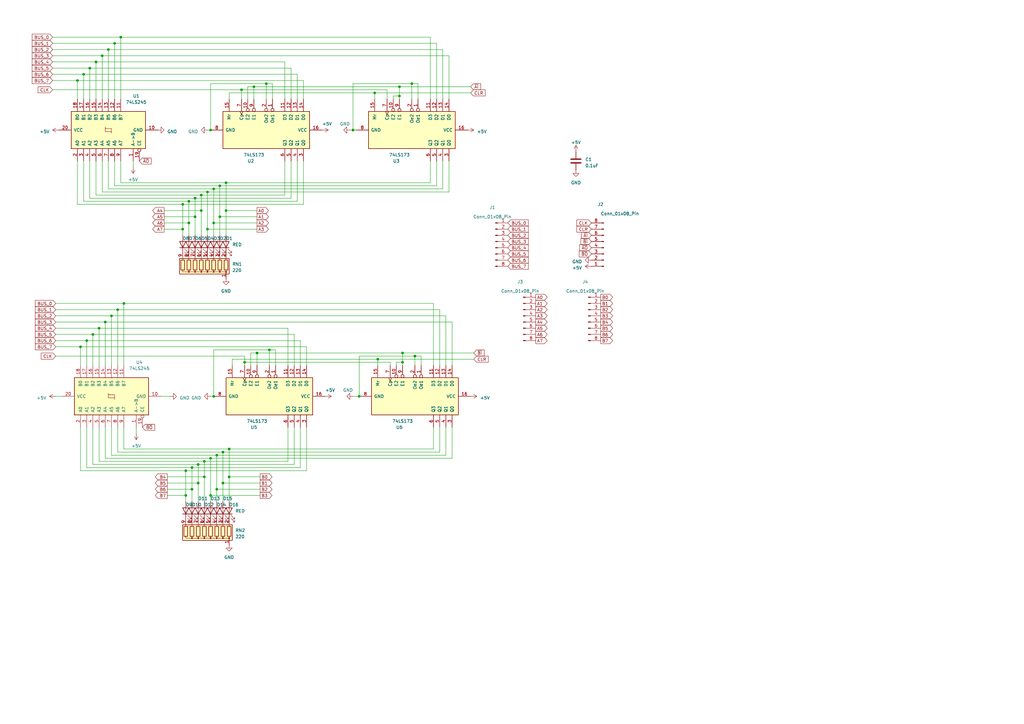
<source format=kicad_sch>
(kicad_sch (version 20230121) (generator eeschema)
  (paper "A3")
  (title_block (title "8bc Registers") (date "2023-02-28") (rev "1.0"))
  (lib_symbols
    (symbol "74xx:74LS173" (pin_names (offset 1.016))
      (property "Reference" "U" (at -7.62 19.05 0))
      (property "Value" "74LS173" (at -7.62 -19.05 0))
      (symbol "74LS173_1_0"
        (pin input inverted (at -12.7 2.54 0) (length 5.08) (name "Oe1") (number "1"))
        (pin input inverted (at -12.7 -7.62 0) (length 5.08) (name "E2") (number "10"))
        (pin input line (at -12.7 7.62 0) (length 5.08) (name "D3") (number "11"))
        (pin input line (at -12.7 10.16 0) (length 5.08) (name "D2") (number "12"))
        (pin input line (at -12.7 12.7 0) (length 5.08) (name "D1") (number "13"))
        (pin input line (at -12.7 15.24 0) (length 5.08) (name "D0") (number "14"))
        (pin input line (at -12.7 -15.24 0) (length 5.08) (name "Mr") (number "15"))
        (pin power_in line (at 0 22.86 270) (length 5.08) (name "VCC") (number "16"))
        (pin input inverted (at -12.7 0 0) (length 5.08) (name "Oe2") (number "2"))
        (pin tri_state line (at 12.7 15.24 180) (length 5.08) (name "Q0") (number "3"))
        (pin tri_state line (at 12.7 12.7 180) (length 5.08) (name "Q1") (number "4"))
        (pin tri_state line (at 12.7 10.16 180) (length 5.08) (name "Q2") (number "5"))
        (pin tri_state line (at 12.7 7.62 180) (length 5.08) (name "Q3") (number "6"))
        (pin input clock (at -12.7 -10.16 0) (length 5.08) (name "Cp") (number "7"))
        (pin power_in line (at 0 -22.86 90) (length 5.08) (name "GND") (number "8"))
        (pin input inverted (at -12.7 -5.08 0) (length 5.08) (name "E1") (number "9"))
      )
      (symbol "74LS173_1_1"
        (rectangle (start -7.62 17.78) (end 7.62 -17.78) (stroke (width 0.254)) (fill (type background)))
      )
    )
    (symbol "74xx:74LS245" (pin_names (offset 1.016))
      (property "Reference" "U" (at -7.62 16.51 0))
      (property "Value" "74LS245" (at -7.62 -16.51 0))
      (symbol "74LS245_1_0"
        (polyline (pts (xy -0.635 -1.27) (xy -0.635 1.27) (xy 0.635 1.27)))
        (polyline (pts (xy -1.27 -1.27) (xy 0.635 -1.27) (xy 0.635 1.27) (xy 1.27 1.27)))
        (pin input line (at -12.7 -10.16 0) (length 5.08) (name "A->B") (number "1"))
        (pin power_in line (at 0 -20.32 90) (length 5.08) (name "GND") (number "10"))
        (pin tri_state line (at 12.7 -5.08 180) (length 5.08) (name "B7") (number "11"))
        (pin tri_state line (at 12.7 -2.54 180) (length 5.08) (name "B6") (number "12"))
        (pin tri_state line (at 12.7 0 180) (length 5.08) (name "B5") (number "13"))
        (pin tri_state line (at 12.7 2.54 180) (length 5.08) (name "B4") (number "14"))
        (pin tri_state line (at 12.7 5.08 180) (length 5.08) (name "B3") (number "15"))
        (pin tri_state line (at 12.7 7.62 180) (length 5.08) (name "B2") (number "16"))
        (pin tri_state line (at 12.7 10.16 180) (length 5.08) (name "B1") (number "17"))
        (pin tri_state line (at 12.7 12.7 180) (length 5.08) (name "B0") (number "18"))
        (pin input inverted (at -12.7 -12.7 0) (length 5.08) (name "CE") (number "19"))
        (pin tri_state line (at -12.7 12.7 0) (length 5.08) (name "A0") (number "2"))
        (pin power_in line (at 0 20.32 270) (length 5.08) (name "VCC") (number "20"))
        (pin tri_state line (at -12.7 10.16 0) (length 5.08) (name "A1") (number "3"))
        (pin tri_state line (at -12.7 7.62 0) (length 5.08) (name "A2") (number "4"))
        (pin tri_state line (at -12.7 5.08 0) (length 5.08) (name "A3") (number "5"))
        (pin tri_state line (at -12.7 2.54 0) (length 5.08) (name "A4") (number "6"))
        (pin tri_state line (at -12.7 0 0) (length 5.08) (name "A5") (number "7"))
        (pin tri_state line (at -12.7 -2.54 0) (length 5.08) (name "A6") (number "8"))
        (pin tri_state line (at -12.7 -5.08 0) (length 5.08) (name "A7") (number "9"))
      )
      (symbol "74LS245_1_1"
        (rectangle (start -7.62 15.24) (end 7.62 -15.24) (stroke (width 0.254)) (fill (type background)))
      )
    )
    (symbol "Conn_01x08_Pin_1" (pin_names (offset 1.016) hide)
      (property "Reference" "J2" (at 3.81 15.24 0))
      (property "Value" "Conn_01x08_Pin" (at 2.54 12.7 0))
      (symbol "Conn_01x08_Pin_1_1_1"
        (polyline (pts (xy 1.27 -10.16) (xy 0.8636 -10.16)) (stroke (width 0.1524)))
        (polyline (pts (xy 1.27 -7.62) (xy 0.8636 -7.62)) (stroke (width 0.1524)))
        (polyline (pts (xy 1.27 -5.08) (xy 0.8636 -5.08)) (stroke (width 0.1524)))
        (polyline (pts (xy 1.27 -2.54) (xy 0.8636 -2.54)) (stroke (width 0.1524)))
        (polyline (pts (xy 1.27 0) (xy 0.8636 0)) (stroke (width 0.1524)))
        (polyline (pts (xy 1.27 2.54) (xy 0.8636 2.54)) (stroke (width 0.1524)))
        (polyline (pts (xy 1.27 5.08) (xy 0.8636 5.08)) (stroke (width 0.1524)))
        (polyline (pts (xy 1.27 7.62) (xy 0.8636 7.62)) (stroke (width 0.1524)))
        (rectangle (start 0.8636 -10.033) (end 0 -10.287) (stroke (width 0.1524)) (fill (type outline)))
        (rectangle (start 0.8636 -7.493) (end 0 -7.747) (stroke (width 0.1524)) (fill (type outline)))
        (rectangle (start 0.8636 -4.953) (end 0 -5.207) (stroke (width 0.1524)) (fill (type outline)))
        (rectangle (start 0.8636 -2.413) (end 0 -2.667) (stroke (width 0.1524)) (fill (type outline)))
        (rectangle (start 0.8636 0.127) (end 0 -0.127) (stroke (width 0.1524)) (fill (type outline)))
        (rectangle (start 0.8636 2.667) (end 0 2.413) (stroke (width 0.1524)) (fill (type outline)))
        (rectangle (start 0.8636 5.207) (end 0 4.953) (stroke (width 0.1524)) (fill (type outline)))
        (rectangle (start 0.8636 7.747) (end 0 7.493) (stroke (width 0.1524)) (fill (type outline)))
        (pin power_out line (at 5.08 7.62 180) (length 3.81) (name "Pin_1") (number "1"))
        (pin power_out line (at 5.08 5.08 180) (length 3.81) (name "Pin_2") (number "2"))
        (pin passive line (at 5.08 2.54 180) (length 3.81) (name "Pin_3") (number "3"))
        (pin passive line (at 5.08 0 180) (length 3.81) (name "Pin_4") (number "4"))
        (pin passive line (at 5.08 -2.54 180) (length 3.81) (name "Pin_5") (number "5"))
        (pin passive line (at 5.08 -5.08 180) (length 3.81) (name "Pin_6") (number "6"))
        (pin passive line (at 5.08 -7.62 180) (length 3.81) (name "Pin_7") (number "7"))
        (pin passive line (at 5.08 -10.16 180) (length 3.81) (name "Pin_8") (number "8"))
      )
    )
    (symbol "Connector:Conn_01x08_Pin" (pin_names (offset 1.016) hide)
      (property "Reference" "J" (at 0 10.16 0))
      (property "Value" "Conn_01x08_Pin" (at 0 -12.7 0))
      (symbol "Conn_01x08_Pin_1_1"
        (polyline (pts (xy 1.27 -10.16) (xy 0.8636 -10.16)) (stroke (width 0.1524)))
        (polyline (pts (xy 1.27 -7.62) (xy 0.8636 -7.62)) (stroke (width 0.1524)))
        (polyline (pts (xy 1.27 -5.08) (xy 0.8636 -5.08)) (stroke (width 0.1524)))
        (polyline (pts (xy 1.27 -2.54) (xy 0.8636 -2.54)) (stroke (width 0.1524)))
        (polyline (pts (xy 1.27 0) (xy 0.8636 0)) (stroke (width 0.1524)))
        (polyline (pts (xy 1.27 2.54) (xy 0.8636 2.54)) (stroke (width 0.1524)))
        (polyline (pts (xy 1.27 5.08) (xy 0.8636 5.08)) (stroke (width 0.1524)))
        (polyline (pts (xy 1.27 7.62) (xy 0.8636 7.62)) (stroke (width 0.1524)))
        (rectangle (start 0.8636 -10.033) (end 0 -10.287) (stroke (width 0.1524)) (fill (type outline)))
        (rectangle (start 0.8636 -7.493) (end 0 -7.747) (stroke (width 0.1524)) (fill (type outline)))
        (rectangle (start 0.8636 -4.953) (end 0 -5.207) (stroke (width 0.1524)) (fill (type outline)))
        (rectangle (start 0.8636 -2.413) (end 0 -2.667) (stroke (width 0.1524)) (fill (type outline)))
        (rectangle (start 0.8636 0.127) (end 0 -0.127) (stroke (width 0.1524)) (fill (type outline)))
        (rectangle (start 0.8636 2.667) (end 0 2.413) (stroke (width 0.1524)) (fill (type outline)))
        (rectangle (start 0.8636 5.207) (end 0 4.953) (stroke (width 0.1524)) (fill (type outline)))
        (rectangle (start 0.8636 7.747) (end 0 7.493) (stroke (width 0.1524)) (fill (type outline)))
        (pin passive line (at 5.08 7.62 180) (length 3.81) (name "Pin_1") (number "1"))
        (pin passive line (at 5.08 5.08 180) (length 3.81) (name "Pin_2") (number "2"))
        (pin passive line (at 5.08 2.54 180) (length 3.81) (name "Pin_3") (number "3"))
        (pin passive line (at 5.08 0 180) (length 3.81) (name "Pin_4") (number "4"))
        (pin passive line (at 5.08 -2.54 180) (length 3.81) (name "Pin_5") (number "5"))
        (pin passive line (at 5.08 -5.08 180) (length 3.81) (name "Pin_6") (number "6"))
        (pin passive line (at 5.08 -7.62 180) (length 3.81) (name "Pin_7") (number "7"))
        (pin passive line (at 5.08 -10.16 180) (length 3.81) (name "Pin_8") (number "8"))
      )
    )
    (symbol "Device:C" (pin_numbers hide) (pin_names (offset 0.254))
      (property "Reference" "C" (at 0.635 2.54 0))
      (property "Value" "C" (at 0.635 -2.54 0))
      (symbol "C_0_1"
        (polyline (pts (xy -2.032 -0.762) (xy 2.032 -0.762)) (stroke (width 0.508)))
        (polyline (pts (xy -2.032 0.762) (xy 2.032 0.762)) (stroke (width 0.508)))
      )
      (symbol "C_1_1"
        (pin passive line (at 0 3.81 270) (length 2.794) (name "~") (number "1"))
        (pin passive line (at 0 -3.81 90) (length 2.794) (name "~") (number "2"))
      )
    )
    (symbol "Device:LED" (pin_numbers hide) (pin_names (offset 1.016) hide)
      (property "Reference" "D" (at 0 2.54 0))
      (property "Value" "LED" (at 0 -2.54 0))
      (symbol "LED_0_1"
        (polyline (pts (xy -1.27 -1.27) (xy -1.27 1.27)) (stroke (width 0.254)))
        (polyline (pts (xy -1.27 0) (xy 1.27 0)))
        (polyline (pts (xy 1.27 -1.27) (xy 1.27 1.27) (xy -1.27 0) (xy 1.27 -1.27)) (stroke (width 0.254)))
        (polyline (pts (xy -3.048 -0.762) (xy -4.572 -2.286) (xy -3.81 -2.286) (xy -4.572 -2.286) (xy -4.572 -1.524)))
        (polyline (pts (xy -1.778 -0.762) (xy -3.302 -2.286) (xy -2.54 -2.286) (xy -3.302 -2.286) (xy -3.302 -1.524)))
      )
      (symbol "LED_1_1"
        (pin passive line (at -3.81 0 0) (length 2.54) (name "K") (number "1"))
        (pin passive line (at 3.81 0 180) (length 2.54) (name "A") (number "2"))
      )
    )
    (symbol "Device:R_Network08" (pin_names (offset 0) hide)
      (property "Reference" "RN" (at -12.7 0 90))
      (property "Value" "R_Network08" (at 10.16 0 90))
      (symbol "R_Network08_0_1"
        (rectangle (start -11.43 -3.175) (end 8.89 3.175) (stroke (width 0.254)) (fill (type background)))
        (rectangle (start -10.922 1.524) (end -9.398 -2.54) (stroke (width 0.254)))
        (circle (center -10.16 2.286) (radius 0.254) (fill (type outline)))
        (rectangle (start -8.382 1.524) (end -6.858 -2.54) (stroke (width 0.254)))
        (circle (center -7.62 2.286) (radius 0.254) (fill (type outline)))
        (rectangle (start -5.842 1.524) (end -4.318 -2.54) (stroke (width 0.254)))
        (circle (center -5.08 2.286) (radius 0.254) (fill (type outline)))
        (rectangle (start -3.302 1.524) (end -1.778 -2.54) (stroke (width 0.254)))
        (circle (center -2.54 2.286) (radius 0.254) (fill (type outline)))
        (rectangle (start -0.762 1.524) (end 0.762 -2.54) (stroke (width 0.254)))
        (polyline (pts (xy -10.16 -2.54) (xy -10.16 -3.81)))
        (polyline (pts (xy -7.62 -2.54) (xy -7.62 -3.81)))
        (polyline (pts (xy -5.08 -2.54) (xy -5.08 -3.81)))
        (polyline (pts (xy -2.54 -2.54) (xy -2.54 -3.81)))
        (polyline (pts (xy 0 -2.54) (xy 0 -3.81)))
        (polyline (pts (xy 2.54 -2.54) (xy 2.54 -3.81)))
        (polyline (pts (xy 5.08 -2.54) (xy 5.08 -3.81)))
        (polyline (pts (xy 7.62 -2.54) (xy 7.62 -3.81)))
        (polyline (pts (xy -10.16 1.524) (xy -10.16 2.286) (xy -7.62 2.286) (xy -7.62 1.524)))
        (polyline (pts (xy -7.62 1.524) (xy -7.62 2.286) (xy -5.08 2.286) (xy -5.08 1.524)))
        (polyline (pts (xy -5.08 1.524) (xy -5.08 2.286) (xy -2.54 2.286) (xy -2.54 1.524)))
        (polyline (pts (xy -2.54 1.524) (xy -2.54 2.286) (xy 0 2.286) (xy 0 1.524)))
        (polyline (pts (xy 0 1.524) (xy 0 2.286) (xy 2.54 2.286) (xy 2.54 1.524)))
        (polyline (pts (xy 2.54 1.524) (xy 2.54 2.286) (xy 5.08 2.286) (xy 5.08 1.524)))
        (polyline (pts (xy 5.08 1.524) (xy 5.08 2.286) (xy 7.62 2.286) (xy 7.62 1.524)))
        (circle (center 0 2.286) (radius 0.254) (fill (type outline)))
        (rectangle (start 1.778 1.524) (end 3.302 -2.54) (stroke (width 0.254)))
        (circle (center 2.54 2.286) (radius 0.254) (fill (type outline)))
        (rectangle (start 4.318 1.524) (end 5.842 -2.54) (stroke (width 0.254)))
        (circle (center 5.08 2.286) (radius 0.254) (fill (type outline)))
        (rectangle (start 6.858 1.524) (end 8.382 -2.54) (stroke (width 0.254)))
      )
      (symbol "R_Network08_1_1"
        (pin passive line (at -10.16 5.08 270) (length 2.54) (name "common") (number "1"))
        (pin passive line (at -10.16 -5.08 90) (length 1.27) (name "R1") (number "2"))
        (pin passive line (at -7.62 -5.08 90) (length 1.27) (name "R2") (number "3"))
        (pin passive line (at -5.08 -5.08 90) (length 1.27) (name "R3") (number "4"))
        (pin passive line (at -2.54 -5.08 90) (length 1.27) (name "R4") (number "5"))
        (pin passive line (at 0 -5.08 90) (length 1.27) (name "R5") (number "6"))
        (pin passive line (at 2.54 -5.08 90) (length 1.27) (name "R6") (number "7"))
        (pin passive line (at 5.08 -5.08 90) (length 1.27) (name "R7") (number "8"))
        (pin passive line (at 7.62 -5.08 90) (length 1.27) (name "R8") (number "9"))
      )
    )
    (symbol "power:+5V" (power) (pin_names (offset 0))
      (property "Value" "+5V" (at 0 3.556 0))
      (symbol "+5V_0_1"
        (polyline (pts (xy -0.762 1.27) (xy 0 2.54)))
        (polyline (pts (xy 0 0) (xy 0 2.54)))
        (polyline (pts (xy 0 2.54) (xy 0.762 1.27)))
      )
      (symbol "+5V_1_1"
        (pin power_in line (at 0 0 90) (length 0) hide (name "+5V") (number "1"))
      )
    )
    (symbol "power:GND" (power) (pin_names (offset 0))
      (property "Value" "GND" (at 0 -3.81 0))
      (symbol "GND_0_1"
        (polyline (pts (xy 0 0) (xy 0 -1.27) (xy 1.27 -1.27) (xy 0 -2.54) (xy -1.27 -1.27) (xy 0 -1.27)))
      )
      (symbol "GND_1_1"
        (pin power_in line (at 0 0 270) (length 0) hide (name "GND") (number "1"))
      )
    )
  )
  (junction (at 86.36 187.96))
  (junction (at 81.28 198.12))
  (junction (at 93.98 184.15))
  (junction (at 165.1 144.78))
  (junction (at 88.9 200.66))
  (junction (at 91.44 185.42))
  (junction (at 109.22 34.29))
  (junction (at 87.63 77.47))
  (junction (at 76.2 193.04))
  (junction (at 99.06 36.83))
  (junction (at 154.94 147.32))
  (junction (at 44.45 20.32))
  (junction (at 86.36 53.34))
  (junction (at 87.63 162.56))
  (junction (at 80.01 81.28))
  (junction (at 34.29 30.48))
  (junction (at 43.18 132.08))
  (junction (at 50.8 124.46))
  (junction (at 80.01 88.9))
  (junction (at 48.26 127))
  (junction (at 77.47 91.44))
  (junction (at 88.9 186.69))
  (junction (at 31.75 33.02))
  (junction (at 36.83 27.94))
  (junction (at 82.55 86.36))
  (junction (at 83.82 189.23))
  (junction (at 144.78 53.34))
  (junction (at 147.32 162.56))
  (junction (at 105.41 144.78))
  (junction (at 77.47 82.55))
  (junction (at 91.44 198.12))
  (junction (at 40.64 134.62))
  (junction (at 78.74 200.66))
  (junction (at 38.1 137.16))
  (junction (at 92.71 86.36))
  (junction (at 170.18 146.05))
  (junction (at 39.37 25.4))
  (junction (at 41.91 22.86))
  (junction (at 165.1 148.59))
  (junction (at 90.17 88.9))
  (junction (at 163.83 35.56))
  (junction (at 93.98 195.58))
  (junction (at 163.83 39.37))
  (junction (at 49.53 15.24))
  (junction (at 76.2 203.2))
  (junction (at 35.56 139.7))
  (junction (at 100.33 148.59))
  (junction (at 104.14 35.56))
  (junction (at 92.71 74.93))
  (junction (at 85.09 93.98))
  (junction (at 87.63 91.44))
  (junction (at 153.67 38.1))
  (junction (at 78.74 191.77))
  (junction (at 46.99 17.78))
  (junction (at 81.28 190.5))
  (junction (at 110.49 143.51))
  (junction (at 45.72 129.54))
  (junction (at 90.17 76.2))
  (junction (at 168.91 34.29))
  (junction (at 74.93 83.82))
  (junction (at 86.36 203.2))
  (junction (at 33.02 142.24))
  (junction (at 74.93 93.98))
  (junction (at 82.55 80.01))
  (junction (at 85.09 78.74))
  (junction (at 83.82 195.58))
  (wire (pts (xy 36.83 66.04) (xy 36.83 81.28)))
  (wire (pts (xy 50.8 184.15) (xy 93.98 184.15)))
  (wire (pts (xy 165.1 148.59) (xy 165.1 149.86)))
  (wire (pts (xy 153.67 38.1) (xy 93.98 38.1)))
  (wire (pts (xy 41.91 78.74) (xy 85.09 78.74)))
  (wire (pts (xy 184.15 22.86) (xy 41.91 22.86)))
  (wire (pts (xy 31.75 33.02) (xy 124.46 33.02)))
  (wire (pts (xy 163.83 35.56) (xy 163.83 39.37)))
  (wire (pts (xy 67.31 93.98) (xy 74.93 93.98)))
  (wire (pts (xy 38.1 175.26) (xy 38.1 190.5)))
  (wire (pts (xy 92.71 74.93) (xy 92.71 86.36)))
  (wire (pts (xy 92.71 74.93) (xy 176.53 74.93)))
  (wire (pts (xy 81.28 198.12) (xy 81.28 205.74)))
  (wire (pts (xy 82.55 86.36) (xy 82.55 96.52)))
  (wire (pts (xy 194.31 147.32) (xy 154.94 147.32)))
  (wire (pts (xy 85.09 93.98) (xy 85.09 96.52)))
  (wire (pts (xy 68.58 195.58) (xy 83.82 195.58)))
  (wire (pts (xy 38.1 190.5) (xy 81.28 190.5)))
  (wire (pts (xy 43.18 132.08) (xy 43.18 149.86)))
  (wire (pts (xy 90.17 88.9) (xy 90.17 96.52)))
  (wire (pts (xy 102.87 149.86) (xy 102.87 144.78)))
  (wire (pts (xy 87.63 162.56) (xy 87.63 143.51)))
  (wire (pts (xy 88.9 186.69) (xy 45.72 186.69)))
  (wire (pts (xy 102.87 144.78) (xy 105.41 144.78)))
  (wire (pts (xy 39.37 80.01) (xy 39.37 66.04)))
  (wire (pts (xy 123.19 175.26) (xy 123.19 191.77)))
  (wire (pts (xy 170.18 146.05) (xy 147.32 146.05)))
  (wire (pts (xy 111.76 34.29) (xy 111.76 40.64)))
  (wire (pts (xy 83.82 189.23) (xy 83.82 195.58)))
  (wire (pts (xy 45.72 186.69) (xy 45.72 175.26)))
  (wire (pts (xy 22.86 132.08) (xy 43.18 132.08)))
  (wire (pts (xy 177.8 124.46) (xy 177.8 149.86)))
  (wire (pts (xy 121.92 82.55) (xy 77.47 82.55)))
  (wire (pts (xy 109.22 34.29) (xy 109.22 40.64)))
  (wire (pts (xy 147.32 146.05) (xy 147.32 162.56)))
  (wire (pts (xy 39.37 25.4) (xy 116.84 25.4)))
  (wire (pts (xy 124.46 83.82) (xy 124.46 66.04)))
  (wire (pts (xy 21.59 30.48) (xy 34.29 30.48)))
  (wire (pts (xy 46.99 17.78) (xy 46.99 40.64)))
  (wire (pts (xy 184.15 40.64) (xy 184.15 22.86)))
  (wire (pts (xy 91.44 185.42) (xy 180.34 185.42)))
  (wire (pts (xy 80.01 88.9) (xy 80.01 96.52)))
  (wire (pts (xy 123.19 191.77) (xy 78.74 191.77)))
  (wire (pts (xy 50.8 124.46) (xy 50.8 149.86)))
  (wire (pts (xy 33.02 175.26) (xy 33.02 193.04)))
  (wire (pts (xy 123.19 139.7) (xy 123.19 149.86)))
  (wire (pts (xy 39.37 25.4) (xy 39.37 40.64)))
  (wire (pts (xy 22.86 127) (xy 48.26 127)))
  (wire (pts (xy 33.02 193.04) (xy 76.2 193.04)))
  (wire (pts (xy 154.94 147.32) (xy 154.94 149.86)))
  (wire (pts (xy 82.55 80.01) (xy 82.55 86.36)))
  (wire (pts (xy 43.18 175.26) (xy 43.18 187.96)))
  (wire (pts (xy 78.74 191.77) (xy 78.74 200.66)))
  (wire (pts (xy 33.02 142.24) (xy 33.02 149.86)))
  (wire (pts (xy 81.28 190.5) (xy 120.65 190.5)))
  (wire (pts (xy 170.18 146.05) (xy 170.18 149.86)))
  (wire (pts (xy 181.61 66.04) (xy 181.61 77.47)))
  (wire (pts (xy 87.63 143.51) (xy 110.49 143.51)))
  (wire (pts (xy 87.63 77.47) (xy 87.63 91.44)))
  (wire (pts (xy 179.07 40.64) (xy 179.07 17.78)))
  (wire (pts (xy 179.07 76.2) (xy 179.07 66.04)))
  (wire (pts (xy 48.26 175.26) (xy 48.26 185.42)))
  (wire (pts (xy 38.1 137.16) (xy 38.1 149.86)))
  (wire (pts (xy 76.2 203.2) (xy 76.2 205.74)))
  (wire (pts (xy 92.71 86.36) (xy 92.71 96.52)))
  (wire (pts (xy 45.72 129.54) (xy 182.88 129.54)))
  (wire (pts (xy 43.18 187.96) (xy 86.36 187.96)))
  (wire (pts (xy 31.75 33.02) (xy 31.75 40.64)))
  (wire (pts (xy 21.59 36.83) (xy 99.06 36.83)))
  (wire (pts (xy 165.1 144.78) (xy 194.31 144.78)))
  (wire (pts (xy 48.26 127) (xy 48.26 149.86)))
  (wire (pts (xy 46.99 66.04) (xy 46.99 76.2)))
  (wire (pts (xy 74.93 93.98) (xy 74.93 96.52)))
  (wire (pts (xy 185.42 187.96) (xy 185.42 175.26)))
  (wire (pts (xy 22.86 137.16) (xy 38.1 137.16)))
  (wire (pts (xy 21.59 15.24) (xy 49.53 15.24)))
  (wire (pts (xy 184.15 78.74) (xy 184.15 66.04)))
  (wire (pts (xy 121.92 30.48) (xy 121.92 40.64)))
  (wire (pts (xy 86.36 203.2) (xy 86.36 205.74)))
  (wire (pts (xy 67.31 91.44) (xy 77.47 91.44)))
  (wire (pts (xy 90.17 76.2) (xy 90.17 88.9)))
  (wire (pts (xy 118.11 134.62) (xy 118.11 149.86)))
  (wire (pts (xy 143.51 53.34) (xy 144.78 53.34)))
  (wire (pts (xy 158.75 36.83) (xy 158.75 40.64)))
  (wire (pts (xy 100.33 146.05) (xy 100.33 148.59)))
  (wire (pts (xy 100.33 148.59) (xy 100.33 149.86)))
  (wire (pts (xy 110.49 143.51) (xy 110.49 149.86)))
  (wire (pts (xy 125.73 142.24) (xy 125.73 149.86)))
  (wire (pts (xy 104.14 35.56) (xy 163.83 35.56)))
  (wire (pts (xy 182.88 186.69) (xy 88.9 186.69)))
  (wire (pts (xy 85.09 53.34) (xy 86.36 53.34)))
  (wire (pts (xy 38.1 137.16) (xy 120.65 137.16)))
  (wire (pts (xy 49.53 66.04) (xy 49.53 74.93)))
  (wire (pts (xy 116.84 25.4) (xy 116.84 40.64)))
  (wire (pts (xy 91.44 198.12) (xy 91.44 205.74)))
  (wire (pts (xy 162.56 148.59) (xy 165.1 148.59)))
  (wire (pts (xy 22.86 139.7) (xy 35.56 139.7)))
  (wire (pts (xy 77.47 82.55) (xy 34.29 82.55)))
  (wire (pts (xy 86.36 203.2) (xy 106.68 203.2)))
  (wire (pts (xy 50.8 175.26) (xy 50.8 184.15)))
  (wire (pts (xy 171.45 34.29) (xy 171.45 40.64)))
  (wire (pts (xy 44.45 20.32) (xy 44.45 40.64)))
  (wire (pts (xy 22.86 162.56) (xy 25.4 162.56)))
  (wire (pts (xy 105.41 144.78) (xy 165.1 144.78)))
  (wire (pts (xy 93.98 195.58) (xy 106.68 195.58)))
  (wire (pts (xy 161.29 40.64) (xy 161.29 39.37)))
  (wire (pts (xy 35.56 139.7) (xy 123.19 139.7)))
  (wire (pts (xy 172.72 149.86) (xy 172.72 146.05)))
  (wire (pts (xy 101.6 40.64) (xy 101.6 35.56)))
  (wire (pts (xy 118.11 189.23) (xy 83.82 189.23)))
  (wire (pts (xy 86.36 34.29) (xy 109.22 34.29)))
  (wire (pts (xy 163.83 39.37) (xy 163.83 40.64)))
  (wire (pts (xy 176.53 74.93) (xy 176.53 66.04)))
  (wire (pts (xy 36.83 27.94) (xy 119.38 27.94)))
  (wire (pts (xy 34.29 30.48) (xy 121.92 30.48)))
  (wire (pts (xy 181.61 20.32) (xy 181.61 40.64)))
  (wire (pts (xy 21.59 22.86) (xy 41.91 22.86)))
  (wire (pts (xy 85.09 78.74) (xy 85.09 93.98)))
  (wire (pts (xy 40.64 134.62) (xy 118.11 134.62)))
  (wire (pts (xy 182.88 129.54) (xy 182.88 149.86)))
  (wire (pts (xy 22.86 124.46) (xy 50.8 124.46)))
  (wire (pts (xy 67.31 88.9) (xy 80.01 88.9)))
  (wire (pts (xy 41.91 66.04) (xy 41.91 78.74)))
  (wire (pts (xy 77.47 91.44) (xy 77.47 96.52)))
  (wire (pts (xy 33.02 142.24) (xy 125.73 142.24)))
  (wire (pts (xy 86.36 53.34) (xy 86.36 34.29)))
  (wire (pts (xy 110.49 143.51) (xy 113.03 143.51)))
  (wire (pts (xy 87.63 91.44) (xy 105.41 91.44)))
  (wire (pts (xy 82.55 80.01) (xy 39.37 80.01)))
  (wire (pts (xy 99.06 36.83) (xy 99.06 40.64)))
  (wire (pts (xy 85.09 78.74) (xy 184.15 78.74)))
  (wire (pts (xy 119.38 81.28) (xy 119.38 66.04)))
  (wire (pts (xy 168.91 34.29) (xy 168.91 40.64)))
  (wire (pts (xy 35.56 139.7) (xy 35.56 149.86)))
  (wire (pts (xy 67.31 86.36) (xy 82.55 86.36)))
  (wire (pts (xy 55.88 175.26) (xy 55.88 177.8)))
  (wire (pts (xy 116.84 66.04) (xy 116.84 80.01)))
  (wire (pts (xy 100.33 148.59) (xy 160.02 148.59)))
  (wire (pts (xy 34.29 30.48) (xy 34.29 40.64)))
  (wire (pts (xy 21.59 33.02) (xy 31.75 33.02)))
  (wire (pts (xy 93.98 195.58) (xy 93.98 205.74)))
  (wire (pts (xy 193.04 38.1) (xy 153.67 38.1)))
  (wire (pts (xy 153.67 38.1) (xy 153.67 40.64)))
  (wire (pts (xy 121.92 66.04) (xy 121.92 82.55)))
  (wire (pts (xy 171.45 34.29) (xy 168.91 34.29)))
  (wire (pts (xy 86.36 162.56) (xy 87.63 162.56)))
  (wire (pts (xy 88.9 186.69) (xy 88.9 200.66)))
  (wire (pts (xy 179.07 17.78) (xy 46.99 17.78)))
  (wire (pts (xy 124.46 33.02) (xy 124.46 40.64)))
  (wire (pts (xy 22.86 129.54) (xy 45.72 129.54)))
  (wire (pts (xy 44.45 20.32) (xy 181.61 20.32)))
  (wire (pts (xy 83.82 189.23) (xy 40.64 189.23)))
  (wire (pts (xy 180.34 127) (xy 48.26 127)))
  (wire (pts (xy 165.1 144.78) (xy 165.1 148.59)))
  (wire (pts (xy 68.58 198.12) (xy 81.28 198.12)))
  (wire (pts (xy 21.59 27.94) (xy 36.83 27.94)))
  (wire (pts (xy 180.34 149.86) (xy 180.34 127)))
  (wire (pts (xy 50.8 124.46) (xy 177.8 124.46)))
  (wire (pts (xy 76.2 193.04) (xy 125.73 193.04)))
  (wire (pts (xy 90.17 76.2) (xy 179.07 76.2)))
  (wire (pts (xy 87.63 91.44) (xy 87.63 96.52)))
  (wire (pts (xy 93.98 184.15) (xy 177.8 184.15)))
  (wire (pts (xy 76.2 193.04) (xy 76.2 203.2)))
  (wire (pts (xy 93.98 38.1) (xy 93.98 40.64)))
  (wire (pts (xy 83.82 195.58) (xy 83.82 205.74)))
  (wire (pts (xy 49.53 15.24) (xy 49.53 40.64)))
  (wire (pts (xy 48.26 185.42) (xy 91.44 185.42)))
  (wire (pts (xy 182.88 175.26) (xy 182.88 186.69)))
  (wire (pts (xy 91.44 185.42) (xy 91.44 198.12)))
  (wire (pts (xy 21.59 17.78) (xy 46.99 17.78)))
  (wire (pts (xy 80.01 81.28) (xy 80.01 88.9)))
  (wire (pts (xy 144.78 53.34) (xy 146.05 53.34)))
  (wire (pts (xy 68.58 203.2) (xy 76.2 203.2)))
  (wire (pts (xy 54.61 66.04) (xy 54.61 68.58)))
  (wire (pts (xy 118.11 175.26) (xy 118.11 189.23)))
  (wire (pts (xy 22.86 142.24) (xy 33.02 142.24)))
  (wire (pts (xy 161.29 39.37) (xy 163.83 39.37)))
  (wire (pts (xy 87.63 77.47) (xy 44.45 77.47)))
  (wire (pts (xy 78.74 200.66) (xy 78.74 205.74)))
  (wire (pts (xy 36.83 81.28) (xy 80.01 81.28)))
  (wire (pts (xy 81.28 190.5) (xy 81.28 198.12)))
  (wire (pts (xy 185.42 149.86) (xy 185.42 132.08)))
  (wire (pts (xy 31.75 83.82) (xy 74.93 83.82)))
  (wire (pts (xy 168.91 34.29) (xy 144.78 34.29)))
  (wire (pts (xy 41.91 22.86) (xy 41.91 40.64)))
  (wire (pts (xy 36.83 27.94) (xy 36.83 40.64)))
  (wire (pts (xy 95.25 147.32) (xy 95.25 149.86)))
  (wire (pts (xy 44.45 77.47) (xy 44.45 66.04)))
  (wire (pts (xy 120.65 137.16) (xy 120.65 149.86)))
  (wire (pts (xy 104.14 35.56) (xy 104.14 40.64)))
  (wire (pts (xy 40.64 189.23) (xy 40.64 175.26)))
  (wire (pts (xy 35.56 191.77) (xy 35.56 175.26)))
  (wire (pts (xy 109.22 34.29) (xy 111.76 34.29)))
  (wire (pts (xy 21.59 25.4) (xy 39.37 25.4)))
  (wire (pts (xy 49.53 74.93) (xy 92.71 74.93)))
  (wire (pts (xy 74.93 83.82) (xy 124.46 83.82)))
  (wire (pts (xy 66.04 162.56) (xy 69.85 162.56)))
  (wire (pts (xy 78.74 191.77) (xy 35.56 191.77)))
  (wire (pts (xy 80.01 81.28) (xy 119.38 81.28)))
  (wire (pts (xy 99.06 36.83) (xy 158.75 36.83)))
  (wire (pts (xy 92.71 86.36) (xy 105.41 86.36)))
  (wire (pts (xy 154.94 147.32) (xy 95.25 147.32)))
  (wire (pts (xy 88.9 200.66) (xy 106.68 200.66)))
  (wire (pts (xy 86.36 187.96) (xy 86.36 203.2)))
  (wire (pts (xy 74.93 83.82) (xy 74.93 93.98)))
  (wire (pts (xy 49.53 15.24) (xy 176.53 15.24)))
  (wire (pts (xy 163.83 35.56) (xy 193.04 35.56)))
  (wire (pts (xy 40.64 134.62) (xy 40.64 149.86)))
  (wire (pts (xy 45.72 129.54) (xy 45.72 149.86)))
  (wire (pts (xy 91.44 198.12) (xy 106.68 198.12)))
  (wire (pts (xy 119.38 27.94) (xy 119.38 40.64)))
  (wire (pts (xy 93.98 184.15) (xy 93.98 195.58)))
  (wire (pts (xy 90.17 88.9) (xy 105.41 88.9)))
  (wire (pts (xy 181.61 77.47) (xy 87.63 77.47)))
  (wire (pts (xy 86.36 187.96) (xy 185.42 187.96)))
  (wire (pts (xy 46.99 76.2) (xy 90.17 76.2)))
  (wire (pts (xy 180.34 185.42) (xy 180.34 175.26)))
  (wire (pts (xy 125.73 193.04) (xy 125.73 175.26)))
  (wire (pts (xy 22.86 134.62) (xy 40.64 134.62)))
  (wire (pts (xy 68.58 200.66) (xy 78.74 200.66)))
  (wire (pts (xy 120.65 190.5) (xy 120.65 175.26)))
  (wire (pts (xy 34.29 82.55) (xy 34.29 66.04)))
  (wire (pts (xy 144.78 162.56) (xy 147.32 162.56)))
  (wire (pts (xy 162.56 149.86) (xy 162.56 148.59)))
  (wire (pts (xy 160.02 149.86) (xy 160.02 148.59)))
  (wire (pts (xy 31.75 66.04) (xy 31.75 83.82)))
  (wire (pts (xy 172.72 146.05) (xy 170.18 146.05)))
  (wire (pts (xy 85.09 93.98) (xy 105.41 93.98)))
  (wire (pts (xy 144.78 34.29) (xy 144.78 53.34)))
  (wire (pts (xy 101.6 35.56) (xy 104.14 35.56)))
  (wire (pts (xy 22.86 146.05) (xy 100.33 146.05)))
  (wire (pts (xy 176.53 15.24) (xy 176.53 40.64)))
  (wire (pts (xy 185.42 132.08) (xy 43.18 132.08)))
  (wire (pts (xy 77.47 82.55) (xy 77.47 91.44)))
  (wire (pts (xy 21.59 20.32) (xy 44.45 20.32)))
  (wire (pts (xy 116.84 80.01) (xy 82.55 80.01)))
  (wire (pts (xy 113.03 143.51) (xy 113.03 149.86)))
  (wire (pts (xy 88.9 200.66) (xy 88.9 205.74)))
  (wire (pts (xy 105.41 144.78) (xy 105.41 149.86)))
  (wire (pts (xy 177.8 184.15) (xy 177.8 175.26)))
  (global_label "~{BI}" (shape input) (at 194.31 144.78 0) (property "Intersheetrefs" "${INTERSHEET_REFS}" (effects hide)))
  (global_label "A4" (shape output) (at 67.31 86.36 180) (property "Intersheetrefs" "${INTERSHEET_REFS}" (effects hide)))
  (global_label "B4" (shape output) (at 246.38 132.08 0) (property "Intersheetrefs" "${INTERSHEET_REFS}" (effects hide)))
  (global_label "A3" (shape output) (at 105.41 93.98 0) (property "Intersheetrefs" "${INTERSHEET_REFS}" (effects hide)))
  (global_label "BUS_0" (shape input) (at 21.59 15.24 180) (property "Intersheetrefs" "${INTERSHEET_REFS}" (effects hide)))
  (global_label "B0" (shape output) (at 246.38 121.92 0) (property "Intersheetrefs" "${INTERSHEET_REFS}" (effects hide)))
  (global_label "~{AI}" (shape input) (at 193.04 35.56 0) (property "Intersheetrefs" "${INTERSHEET_REFS}" (effects hide)))
  (global_label "BUS_5" (shape input) (at 208.28 104.14 0) (property "Intersheetrefs" "${INTERSHEET_REFS}" (effects hide)))
  (global_label "~{AO}" (shape input) (at 242.57 101.6 180) (property "Intersheetrefs" "${INTERSHEET_REFS}" (effects hide)))
  (global_label "CLR" (shape input) (at 193.04 38.1 0) (property "Intersheetrefs" "${INTERSHEET_REFS}" (effects hide)))
  (global_label "A2" (shape output) (at 219.71 127 0) (property "Intersheetrefs" "${INTERSHEET_REFS}" (effects hide)))
  (global_label "B2" (shape output) (at 246.38 127 0) (property "Intersheetrefs" "${INTERSHEET_REFS}" (effects hide)))
  (global_label "A5" (shape output) (at 219.71 134.62 0) (property "Intersheetrefs" "${INTERSHEET_REFS}" (effects hide)))
  (global_label "BUS_4" (shape input) (at 22.86 134.62 180) (property "Intersheetrefs" "${INTERSHEET_REFS}" (effects hide)))
  (global_label "A6" (shape output) (at 219.71 137.16 0) (property "Intersheetrefs" "${INTERSHEET_REFS}" (effects hide)))
  (global_label "B6" (shape output) (at 68.58 200.66 180) (property "Intersheetrefs" "${INTERSHEET_REFS}" (effects hide)))
  (global_label "A7" (shape output) (at 67.31 93.98 180) (property "Intersheetrefs" "${INTERSHEET_REFS}" (effects hide)))
  (global_label "B4" (shape output) (at 68.58 195.58 180) (property "Intersheetrefs" "${INTERSHEET_REFS}" (effects hide)))
  (global_label "BUS_5" (shape input) (at 22.86 137.16 180) (property "Intersheetrefs" "${INTERSHEET_REFS}" (effects hide)))
  (global_label "B3" (shape output) (at 106.68 203.2 0) (property "Intersheetrefs" "${INTERSHEET_REFS}" (effects hide)))
  (global_label "CLK" (shape input) (at 22.86 146.05 180) (property "Intersheetrefs" "${INTERSHEET_REFS}" (effects hide)))
  (global_label "BUS_6" (shape input) (at 22.86 139.7 180) (property "Intersheetrefs" "${INTERSHEET_REFS}" (effects hide)))
  (global_label "B5" (shape output) (at 246.38 134.62 0) (property "Intersheetrefs" "${INTERSHEET_REFS}" (effects hide)))
  (global_label "~{BO}" (shape input) (at 58.42 175.26 0) (property "Intersheetrefs" "${INTERSHEET_REFS}" (effects hide)))
  (global_label "B1" (shape output) (at 246.38 124.46 0) (property "Intersheetrefs" "${INTERSHEET_REFS}" (effects hide)))
  (global_label "BUS_7" (shape input) (at 22.86 142.24 180) (property "Intersheetrefs" "${INTERSHEET_REFS}" (effects hide)))
  (global_label "BUS_4" (shape input) (at 21.59 25.4 180) (property "Intersheetrefs" "${INTERSHEET_REFS}" (effects hide)))
  (global_label "A4" (shape output) (at 219.71 132.08 0) (property "Intersheetrefs" "${INTERSHEET_REFS}" (effects hide)))
  (global_label "A6" (shape output) (at 67.31 91.44 180) (property "Intersheetrefs" "${INTERSHEET_REFS}" (effects hide)))
  (global_label "B1" (shape output) (at 106.68 198.12 0) (property "Intersheetrefs" "${INTERSHEET_REFS}" (effects hide)))
  (global_label "A0" (shape output) (at 105.41 86.36 0) (property "Intersheetrefs" "${INTERSHEET_REFS}" (effects hide)))
  (global_label "B7" (shape output) (at 246.38 139.7 0) (property "Intersheetrefs" "${INTERSHEET_REFS}" (effects hide)))
  (global_label "BUS_7" (shape input) (at 21.59 33.02 180) (property "Intersheetrefs" "${INTERSHEET_REFS}" (effects hide)))
  (global_label "A1" (shape output) (at 219.71 124.46 0) (property "Intersheetrefs" "${INTERSHEET_REFS}" (effects hide)))
  (global_label "BUS_2" (shape input) (at 22.86 129.54 180) (property "Intersheetrefs" "${INTERSHEET_REFS}" (effects hide)))
  (global_label "BUS_3" (shape input) (at 208.28 99.06 0) (property "Intersheetrefs" "${INTERSHEET_REFS}" (effects hide)))
  (global_label "BUS_1" (shape input) (at 208.28 93.98 0) (property "Intersheetrefs" "${INTERSHEET_REFS}" (effects hide)))
  (global_label "BUS_1" (shape input) (at 22.86 127 180) (property "Intersheetrefs" "${INTERSHEET_REFS}" (effects hide)))
  (global_label "~{BO}" (shape input) (at 242.57 104.14 180) (property "Intersheetrefs" "${INTERSHEET_REFS}" (effects hide)))
  (global_label "A7" (shape output) (at 219.71 139.7 0) (property "Intersheetrefs" "${INTERSHEET_REFS}" (effects hide)))
  (global_label "CLK" (shape input) (at 242.57 91.44 180) (property "Intersheetrefs" "${INTERSHEET_REFS}" (effects hide)))
  (global_label "B2" (shape output) (at 106.68 200.66 0) (property "Intersheetrefs" "${INTERSHEET_REFS}" (effects hide)))
  (global_label "BUS_3" (shape input) (at 21.59 22.86 180) (property "Intersheetrefs" "${INTERSHEET_REFS}" (effects hide)))
  (global_label "B0" (shape output) (at 106.68 195.58 0) (property "Intersheetrefs" "${INTERSHEET_REFS}" (effects hide)))
  (global_label "BUS_2" (shape input) (at 208.28 96.52 0) (property "Intersheetrefs" "${INTERSHEET_REFS}" (effects hide)))
  (global_label "CLR" (shape input) (at 194.31 147.32 0) (property "Intersheetrefs" "${INTERSHEET_REFS}" (effects hide)))
  (global_label "B7" (shape output) (at 68.58 203.2 180) (property "Intersheetrefs" "${INTERSHEET_REFS}" (effects hide)))
  (global_label "BUS_6" (shape input) (at 21.59 30.48 180) (property "Intersheetrefs" "${INTERSHEET_REFS}" (effects hide)))
  (global_label "A5" (shape output) (at 67.31 88.9 180) (property "Intersheetrefs" "${INTERSHEET_REFS}" (effects hide)))
  (global_label "A0" (shape output) (at 219.71 121.92 0) (property "Intersheetrefs" "${INTERSHEET_REFS}" (effects hide)))
  (global_label "CLK" (shape input) (at 21.59 36.83 180) (property "Intersheetrefs" "${INTERSHEET_REFS}" (effects hide)))
  (global_label "BUS_5" (shape input) (at 21.59 27.94 180) (property "Intersheetrefs" "${INTERSHEET_REFS}" (effects hide)))
  (global_label "CLR" (shape input) (at 242.57 93.98 180) (property "Intersheetrefs" "${INTERSHEET_REFS}" (effects hide)))
  (global_label "B5" (shape output) (at 68.58 198.12 180) (property "Intersheetrefs" "${INTERSHEET_REFS}" (effects hide)))
  (global_label "B6" (shape output) (at 246.38 137.16 0) (property "Intersheetrefs" "${INTERSHEET_REFS}" (effects hide)))
  (global_label "BUS_7" (shape input) (at 208.28 109.22 0) (property "Intersheetrefs" "${INTERSHEET_REFS}" (effects hide)))
  (global_label "BUS_0" (shape input) (at 22.86 124.46 180) (property "Intersheetrefs" "${INTERSHEET_REFS}" (effects hide)))
  (global_label "BUS_1" (shape input) (at 21.59 17.78 180) (property "Intersheetrefs" "${INTERSHEET_REFS}" (effects hide)))
  (global_label "A3" (shape output) (at 219.71 129.54 0) (property "Intersheetrefs" "${INTERSHEET_REFS}" (effects hide)))
  (global_label "BUS_6" (shape input) (at 208.28 106.68 0) (property "Intersheetrefs" "${INTERSHEET_REFS}" (effects hide)))
  (global_label "BUS_3" (shape input) (at 22.86 132.08 180) (property "Intersheetrefs" "${INTERSHEET_REFS}" (effects hide)))
  (global_label "~{AO}" (shape input) (at 57.15 66.04 0) (property "Intersheetrefs" "${INTERSHEET_REFS}" (effects hide)))
  (global_label "~{AI}" (shape input) (at 242.57 96.52 180) (property "Intersheetrefs" "${INTERSHEET_REFS}" (effects hide)))
  (global_label "BUS_4" (shape input) (at 208.28 101.6 0) (property "Intersheetrefs" "${INTERSHEET_REFS}" (effects hide)))
  (global_label "~{BI}" (shape input) (at 242.57 99.06 180) (property "Intersheetrefs" "${INTERSHEET_REFS}" (effects hide)))
  (global_label "B3" (shape output) (at 246.38 129.54 0) (property "Intersheetrefs" "${INTERSHEET_REFS}" (effects hide)))
  (global_label "A1" (shape output) (at 105.41 88.9 0) (property "Intersheetrefs" "${INTERSHEET_REFS}" (effects hide)))
  (global_label "BUS_0" (shape input) (at 208.28 91.44 0) (property "Intersheetrefs" "${INTERSHEET_REFS}" (effects hide)))
  (global_label "A2" (shape output) (at 105.41 91.44 0) (property "Intersheetrefs" "${INTERSHEET_REFS}" (effects hide)))
  (global_label "BUS_2" (shape input) (at 21.59 20.32 180) (property "Intersheetrefs" "${INTERSHEET_REFS}" (effects hide)))
  (symbol (lib_id "Device:C") (at 236.22 66.04 0) (unit 1)
    (property "Reference" "C1" (at 240.03 65.405 0) (effects (justify left)))
    (property "Value" "0.1uF" (at 240.03 67.945 0) (effects (justify left)))
    (property "Footprint" "Capacitor_THT:CP_Radial_Tantal_D5.0mm_P2.50mm" (effects hide))
  )
  (symbol (lib_id "power:GND") (at 242.57 106.68 270) (unit 1)
    (property "Reference" "#PWR018" (effects hide))
    (property "Value" "GND" (at 238.76 107.315 90) (effects (justify right)))
  )
  (symbol (lib_id "power:GND") (at 69.85 162.56 90) (unit 1)
    (property "Reference" "#PWR011" (effects hide))
    (property "Value" "GND" (at 73.66 163.195 90) (effects (justify right)))
  )
  (symbol (lib_id "74xx:74LS173") (at 109.22 53.34 270) (unit 1)
    (property "Reference" "U2" (at 102.87 66.04 90))
    (property "Value" "74LS173" (at 104.14 63.5 90))
    (property "Footprint" "Package_DIP:DIP-16_W7.62mm_Socket" (effects hide))
    (property "Datasheet" "http://www.ti.com/lit/gpn/sn74LS173" (effects hide))
  )
  (symbol (lib_id "power:+5V") (at 133.35 162.56 270) (unit 1)
    (property "Reference" "#PWR014" (effects hide))
    (property "Value" "+5V" (at 133.35 160.02 90) (effects (justify left)))
  )
  (symbol (lib_id "Device:LED") (at 78.74 209.55 90) (unit 1)
    (property "Reference" "D10" (at 78.74 207.01 90) (effects (justify right)))
    (property "Value" "RED" (effects hide))
    (property "Footprint" "LED_THT:LED_D8.0mm" (effects hide))
  )
  (symbol (lib_id "power:+5V") (at 55.88 177.8 180) (unit 1)
    (property "Reference" "#PWR010" (effects hide))
    (property "Value" "+5V" (at 55.88 182.88 0))
  )
  (symbol (lib_id "Connector:Conn_01x08_Pin") (at 203.2 99.06 0) (unit 1)
    (property "Reference" "J1" (at 201.93 85.09 0))
    (property "Value" "Conn_01x08_Pin" (at 201.93 88.9 0))
    (property "Footprint" "Connector_PinSocket_2.54mm:PinSocket_1x08_P2.54mm_Vertical" (effects hide))
  )
  (symbol (lib_id "power:+5V") (at 22.86 162.56 90) (unit 1)
    (property "Reference" "#PWR09" (effects hide))
    (property "Value" "+5V" (at 19.05 163.195 90) (effects (justify left)))
  )
  (symbol (lib_id "Device:LED") (at 88.9 209.55 90) (unit 1)
    (property "Reference" "D14" (at 88.9 207.01 90) (effects (justify right)))
    (property "Value" "RED" (effects hide))
    (property "Footprint" "LED_THT:LED_D8.0mm" (effects hide))
  )
  (symbol (lib_id "power:+5V") (at 191.77 53.34 270) (unit 1)
    (property "Reference" "#PWR07" (effects hide))
    (property "Value" "+5V" (at 195.58 53.975 90) (effects (justify left)))
  )
  (symbol (lib_id "power:+5V") (at 236.22 62.23 0) (unit 1)
    (property "Reference" "#PWR019" (effects hide))
    (property "Value" "+5V" (at 236.22 58.42 0))
  )
  (symbol (lib_id "power:+5V") (at 193.04 162.56 270) (unit 1)
    (property "Reference" "#PWR016" (effects hide))
    (property "Value" "+5V" (at 196.85 163.195 90) (effects (justify left)))
  )
  (symbol (lib_id "power:+5V") (at 24.13 53.34 90) (unit 1)
    (property "Reference" "#PWR02" (effects hide))
    (property "Value" "+5V" (at 20.32 53.975 90) (effects (justify left)))
  )
  (symbol (lib_id "Connector:Conn_01x08_Pin") (at 241.3 129.54 0) (unit 1)
    (property "Reference" "J4" (at 240.03 115.57 0))
    (property "Value" "Conn_01x08_Pin" (at 240.03 119.38 0))
    (property "Footprint" "Connector_PinSocket_2.54mm:PinSocket_1x08_P2.54mm_Vertical" (effects hide))
  )
  (symbol (lib_id "power:+5V") (at 54.61 68.58 180) (unit 1)
    (property "Reference" "#PWR01" (effects hide))
    (property "Value" "+5V" (at 54.61 73.66 0))
  )
  (symbol (lib_id "Device:LED") (at 76.2 209.55 90) (unit 1)
    (property "Reference" "D9" (at 76.2 207.01 90) (effects (justify right)))
    (property "Value" "RED" (effects hide))
    (property "Footprint" "LED_THT:LED_D8.0mm" (effects hide))
  )
  (symbol (lib_id "74xx:74LS173") (at 170.18 162.56 270) (unit 1)
    (property "Reference" "U6" (at 163.83 175.26 90))
    (property "Value" "74LS173" (at 165.1 172.72 90))
    (property "Footprint" "Package_DIP:DIP-16_W7.62mm_Socket" (effects hide))
    (property "Datasheet" "http://www.ti.com/lit/gpn/sn74LS173" (effects hide))
  )
  (symbol (lib_id "power:GND") (at 236.22 69.85 0) (unit 1)
    (property "Reference" "#PWR020" (effects hide))
    (property "Value" "GND" (at 236.22 74.93 0))
  )
  (symbol (lib_id "power:GND") (at 85.09 53.34 270) (unit 1)
    (property "Reference" "#PWR04" (effects hide))
    (property "Value" "GND" (at 81.28 53.975 90) (effects (justify right)))
  )
  (symbol (lib_id "power:GND") (at 144.78 162.56 270) (unit 1)
    (property "Reference" "#PWR015" (effects hide))
    (property "Value" "GND" (at 144.78 160.02 90) (effects (justify right)))
  )
  (symbol (lib_id "Device:LED") (at 80.01 100.33 90) (unit 1)
    (property "Reference" "D6" (at 80.01 97.79 90) (effects (justify right)))
    (property "Value" "RED" (effects hide))
    (property "Footprint" "LED_THT:LED_D8.0mm" (effects hide))
  )
  (symbol (lib_id "power:GND") (at 92.71 114.3 0) (unit 1)
    (property "Reference" "#PWR08" (effects hide))
    (property "Value" "GND" (at 92.71 119.38 0))
  )
  (symbol (lib_id "74xx:74LS173") (at 168.91 53.34 270) (unit 1)
    (property "Reference" "U3" (at 162.56 66.04 90))
    (property "Value" "74LS173" (at 163.83 63.5 90))
    (property "Footprint" "Package_DIP:DIP-16_W7.62mm_Socket" (effects hide))
    (property "Datasheet" "http://www.ti.com/lit/gpn/sn74LS173" (effects hide))
  )
  (symbol (lib_id "Device:R_Network08") (at 83.82 218.44 180) (unit 1)
    (property "Reference" "RN2" (at 96.52 217.551 0) (effects (justify right)))
    (property "Value" "220" (at 96.52 220.091 0) (effects (justify right)))
    (property "Footprint" "Resistor_THT:R_Array_SIP9" (effects hide))
    (property "Datasheet" "http://www.vishay.com/docs/31509/csc.pdf" (effects hide))
  )
  (symbol (lib_id "Device:LED") (at 86.36 209.55 90) (unit 1)
    (property "Reference" "D13" (at 86.36 204.47 90) (effects (justify right)))
    (property "Value" "RED" (effects hide))
    (property "Footprint" "LED_THT:LED_D8.0mm" (effects hide))
  )
  (symbol (lib_id "Device:LED") (at 83.82 209.55 90) (unit 1)
    (property "Reference" "D12" (at 83.82 207.01 90) (effects (justify right)))
    (property "Value" "RED" (effects hide))
    (property "Footprint" "LED_THT:LED_D8.0mm" (effects hide))
  )
  (symbol (lib_id "Device:LED") (at 87.63 100.33 90) (unit 1)
    (property "Reference" "D3" (at 87.63 97.79 90) (effects (justify right)))
    (property "Value" "RED" (effects hide))
    (property "Footprint" "LED_THT:LED_D8.0mm" (effects hide))
  )
  (symbol (lib_id "Device:LED") (at 74.93 100.33 90) (unit 1)
    (property "Reference" "D8" (at 74.93 97.79 90) (effects (justify right)))
    (property "Value" "RED" (effects hide))
    (property "Footprint" "LED_THT:LED_D8.0mm" (effects hide))
  )
  (symbol (lib_id "power:GND") (at 93.98 223.52 0) (unit 1)
    (property "Reference" "#PWR013" (effects hide))
    (property "Value" "GND" (at 93.98 228.6 0))
  )
  (symbol (lib_id "power:GND") (at 64.77 53.34 90) (unit 1)
    (property "Reference" "#PWR03" (effects hide))
    (property "Value" "GND" (at 68.58 53.975 90) (effects (justify right)))
  )
  (symbol (lib_id "Device:LED") (at 77.47 100.33 90) (unit 1)
    (property "Reference" "D7" (at 77.47 97.79 90) (effects (justify right)))
    (property "Value" "RED" (effects hide))
    (property "Footprint" "LED_THT:LED_D8.0mm" (effects hide))
  )
  (symbol (lib_id "power:GND") (at 143.51 53.34 270) (unit 1)
    (property "Reference" "#PWR06" (effects hide))
    (property "Value" "GND" (at 143.51 50.8 90) (effects (justify right)))
  )
  (symbol (lib_id "74xx:74LS245") (at 44.45 53.34 90) (unit 1)
    (property "Reference" "U1" (at 55.88 39.37 90))
    (property "Value" "74LS245" (at 55.88 41.91 90))
    (property "Footprint" "Package_DIP:DIP-20_W7.62mm_Socket" (effects hide))
    (property "Datasheet" "http://www.ti.com/lit/gpn/sn74LS245" (effects hide))
  )
  (symbol (lib_id "power:+5V") (at 242.57 109.22 90) (unit 1)
    (property "Reference" "#PWR017" (effects hide))
    (property "Value" "+5V" (at 238.76 109.855 90) (effects (justify left)))
  )
  (symbol (lib_id "Device:LED") (at 85.09 100.33 90) (unit 1)
    (property "Reference" "D4" (at 85.09 97.79 90) (effects (justify right)))
    (property "Value" "RED" (effects hide))
    (property "Footprint" "LED_THT:LED_D8.0mm" (effects hide))
  )
  (symbol (lib_id "Connector:Conn_01x08_Pin") (at 214.63 129.54 0) (unit 1)
    (property "Reference" "J3" (at 213.36 115.57 0))
    (property "Value" "Conn_01x08_Pin" (at 213.36 119.38 0))
    (property "Footprint" "Connector_PinSocket_2.54mm:PinSocket_1x08_P2.54mm_Vertical" (effects hide))
  )
  (symbol (lib_id "Device:LED") (at 91.44 209.55 90) (unit 1)
    (property "Reference" "D15" (at 91.44 204.47 90) (effects (justify right)))
    (property "Value" "RED" (effects hide))
    (property "Footprint" "LED_THT:LED_D8.0mm" (effects hide))
  )
  (symbol (lib_id "Device:LED") (at 81.28 209.55 90) (unit 1)
    (property "Reference" "D11" (at 81.28 204.47 90) (effects (justify right)))
    (property "Value" "RED" (effects hide))
    (property "Footprint" "LED_THT:LED_D8.0mm" (effects hide))
  )
  (symbol (lib_id "Device:LED") (at 92.71 100.33 90) (unit 1)
    (property "Reference" "D1" (at 92.71 97.79 90) (effects (justify right)))
    (property "Value" "RED" (at 95.25 100.33 90) (effects (justify right)))
    (property "Footprint" "LED_THT:LED_D8.0mm" (effects hide))
  )
  (symbol (lib_id "Device:LED") (at 82.55 100.33 90) (unit 1)
    (property "Reference" "D5" (at 82.55 97.79 90) (effects (justify right)))
    (property "Value" "RED" (effects hide))
    (property "Footprint" "LED_THT:LED_D8.0mm" (effects hide))
  )
  (symbol (lib_id "power:+5V") (at 132.08 53.34 270) (unit 1)
    (property "Reference" "#PWR05" (effects hide))
    (property "Value" "+5V" (at 132.08 50.8 90) (effects (justify left)))
  )
  (symbol (lib_id "Device:R_Network08") (at 82.55 109.22 180) (unit 1)
    (property "Reference" "RN1" (at 95.25 108.331 0) (effects (justify right)))
    (property "Value" "220" (at 95.25 110.871 0) (effects (justify right)))
    (property "Footprint" "Resistor_THT:R_Array_SIP9" (effects hide))
    (property "Datasheet" "http://www.vishay.com/docs/31509/csc.pdf" (effects hide))
  )
  (symbol (lib_id "74xx:74LS245") (at 45.72 162.56 90) (unit 1)
    (property "Reference" "U4" (at 57.15 148.59 90))
    (property "Value" "74LS245" (at 57.15 151.13 90))
    (property "Footprint" "Package_DIP:DIP-20_W7.62mm_Socket" (effects hide))
    (property "Datasheet" "http://www.ti.com/lit/gpn/sn74LS245" (effects hide))
  )
  (symbol (lib_name "Conn_01x08_Pin_1") (lib_id "Connector:Conn_01x08_Pin") (at 247.65 101.6 180) (unit 1)
    (property "Reference" "J2" (at 245.11 83.82 0) (effects (justify right)))
    (property "Value" "Conn_01x08_Pin" (at 246.38 87.63 0) (effects (justify right)))
    (property "Footprint" "Connector_PinSocket_2.54mm:PinSocket_1x08_P2.54mm_Vertical" (effects hide))
  )
  (symbol (lib_id "power:GND") (at 86.36 162.56 270) (unit 1)
    (property "Reference" "#PWR012" (effects hide))
    (property "Value" "GND" (at 82.55 163.195 90) (effects (justify right)))
  )
  (symbol (lib_id "Device:LED") (at 93.98 209.55 90) (unit 1)
    (property "Reference" "D16" (at 93.98 207.01 90) (effects (justify right)))
    (property "Value" "RED" (at 96.52 209.55 90) (effects (justify right)))
    (property "Footprint" "LED_THT:LED_D8.0mm" (effects hide))
  )
  (symbol (lib_id "Device:LED") (at 90.17 100.33 90) (unit 1)
    (property "Reference" "D2" (at 90.17 97.79 90) (effects (justify right)))
    (property "Value" "RED" (effects hide))
    (property "Footprint" "LED_THT:LED_D8.0mm" (effects hide))
  )
  (symbol (lib_id "74xx:74LS173") (at 110.49 162.56 270) (unit 1)
    (property "Reference" "U5" (at 104.14 175.26 90))
    (property "Value" "74LS173" (at 105.41 172.72 90))
    (property "Footprint" "Package_DIP:DIP-16_W7.62mm_Socket" (effects hide))
    (property "Datasheet" "http://www.ti.com/lit/gpn/sn74LS173" (effects hide))
  )
)
</source>
